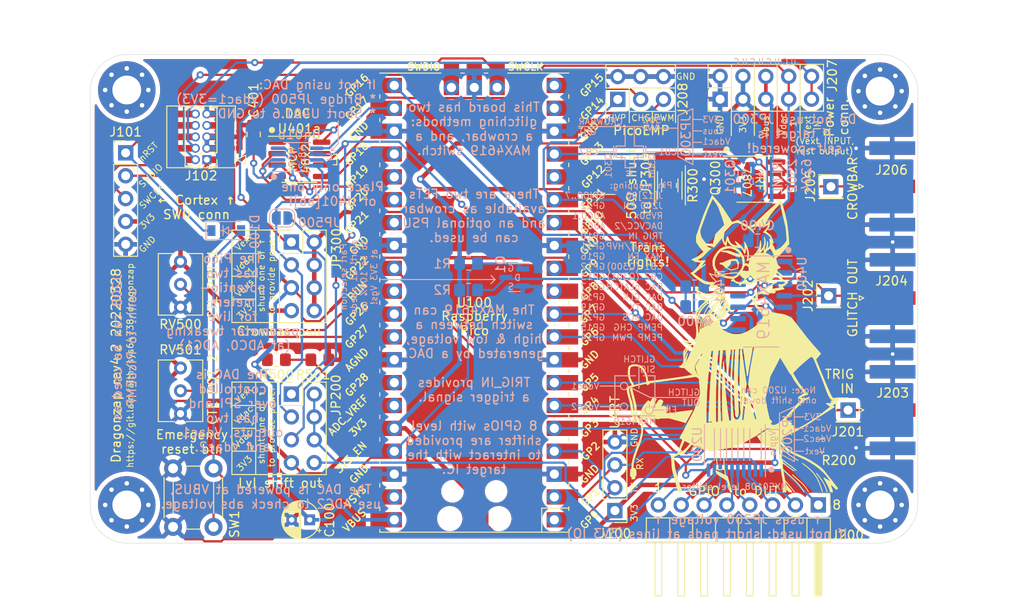
<source format=kicad_pcb>
(kicad_pcb (version 20211014) (generator pcbnew)

  (general
    (thickness 1.6)
  )

  (paper "A4")
  (title_block
    (rev "4")
  )

  (layers
    (0 "F.Cu" signal)
    (31 "B.Cu" signal)
    (32 "B.Adhes" user "B.Adhesive")
    (33 "F.Adhes" user "F.Adhesive")
    (34 "B.Paste" user)
    (35 "F.Paste" user)
    (36 "B.SilkS" user "B.Silkscreen")
    (37 "F.SilkS" user "F.Silkscreen")
    (38 "B.Mask" user)
    (39 "F.Mask" user)
    (40 "Dwgs.User" user "User.Drawings")
    (41 "Cmts.User" user "User.Comments")
    (42 "Eco1.User" user "User.Eco1")
    (43 "Eco2.User" user "User.Eco2")
    (44 "Edge.Cuts" user)
    (45 "Margin" user)
    (46 "B.CrtYd" user "B.Courtyard")
    (47 "F.CrtYd" user "F.Courtyard")
    (48 "B.Fab" user)
    (49 "F.Fab" user)
  )

  (setup
    (stackup
      (layer "F.SilkS" (type "Top Silk Screen"))
      (layer "F.Paste" (type "Top Solder Paste"))
      (layer "F.Mask" (type "Top Solder Mask") (thickness 0.01))
      (layer "F.Cu" (type "copper") (thickness 0.035))
      (layer "dielectric 1" (type "core") (thickness 1.51) (material "FR4") (epsilon_r 4.5) (loss_tangent 0.02))
      (layer "B.Cu" (type "copper") (thickness 0.035))
      (layer "B.Mask" (type "Bottom Solder Mask") (thickness 0.01))
      (layer "B.Paste" (type "Bottom Solder Paste"))
      (layer "B.SilkS" (type "Bottom Silk Screen"))
      (copper_finish "None")
      (dielectric_constraints no)
    )
    (pad_to_mask_clearance 0)
    (pcbplotparams
      (layerselection 0x00010fc_ffffffff)
      (disableapertmacros false)
      (usegerberextensions false)
      (usegerberattributes true)
      (usegerberadvancedattributes true)
      (creategerberjobfile true)
      (svguseinch false)
      (svgprecision 6)
      (excludeedgelayer true)
      (plotframeref false)
      (viasonmask false)
      (mode 1)
      (useauxorigin false)
      (hpglpennumber 1)
      (hpglpenspeed 20)
      (hpglpendiameter 15.000000)
      (dxfpolygonmode true)
      (dxfimperialunits true)
      (dxfusepcbnewfont true)
      (psnegative false)
      (psa4output false)
      (plotreference true)
      (plotvalue true)
      (plotinvisibletext false)
      (sketchpadsonfab false)
      (subtractmaskfromsilk false)
      (outputformat 1)
      (mirror false)
      (drillshape 0)
      (scaleselection 1)
      (outputdirectory "gerbers-rev4/")
    )
  )

  (net 0 "")
  (net 1 "GND")
  (net 2 "+3V3")
  (net 3 "+3.3VADC")
  (net 4 "Net-(D100-Pad1)")
  (net 5 "GPIO0")
  (net 6 "GPIO1")
  (net 7 "/controller/SWDIO")
  (net 8 "/controller/SWCLK")
  (net 9 "unconnected-(J102-Pad8)")
  (net 10 "unconnected-(J102-Pad7)")
  (net 11 "unconnected-(J102-Pad6)")
  (net 12 "Net-(J200-Pad1)")
  (net 13 "Net-(J200-Pad2)")
  (net 14 "TRIG_IN")
  (net 15 "GLITCH_OUT")
  (net 16 "Net-(J200-Pad3)")
  (net 17 "ADC0")
  (net 18 "ADC1")
  (net 19 "Net-(J200-Pad4)")
  (net 20 "Net-(J200-Pad5)")
  (net 21 "Net-(J200-Pad6)")
  (net 22 "VCC_EXT")
  (net 23 "DAC_HI")
  (net 24 "CB1_G")
  (net 25 "CB2_G")
  (net 26 "GPIO_EN")
  (net 27 "DAC_nCS")
  (net 28 "unconnected-(U100-Pad27)")
  (net 29 "MAX_EN")
  (net 30 "GPIO2")
  (net 31 "GPIO3")
  (net 32 "GPIO4")
  (net 33 "GPIO5")
  (net 34 "GPIO6")
  (net 35 "GLITCH_SIG")
  (net 36 "GPIO7")
  (net 37 "GPIO8")
  (net 38 "GPIO9")
  (net 39 "unconnected-(U100-Pad30)")
  (net 40 "DAC_nL")
  (net 41 "DAC_CLK")
  (net 42 "DAC_TX")
  (net 43 "EMERG_SHDN")
  (net 44 "~{EMERG_SHDN}")
  (net 45 "unconnected-(U100-Pad39)")
  (net 46 "Net-(J200-Pad7)")
  (net 47 "DAC_LO")
  (net 48 "CROWBAR")
  (net 49 "/gpio/TAR_VCCIO")
  (net 50 "Net-(J200-Pad8)")
  (net 51 "ADC2")
  (net 52 "PICOEMP_PWM")
  (net 53 "PICOEMP_CHG")
  (net 54 "VBUS")
  (net 55 "CB_VCC")

  (footprint "Resistor_SMD:R_0805_2012Metric_Pad1.20x1.40mm_HandSolder" (layer "F.Cu") (at 135.128 87.179 90))

  (footprint "Connector_Coaxial:SMA_Amphenol_132289_EdgeMount" (layer "F.Cu") (at 159.845 87.287))

  (footprint "MountingHole:MountingHole_3.2mm_M3_Pad_Via" (layer "F.Cu") (at 158.496 122.682))

  (footprint "Connector_PinHeader_2.54mm:PinHeader_2x04_P2.54mm_Vertical" (layer "F.Cu") (at 93.091 93.472))

  (footprint "Connector_PinHeader_2.54mm:PinHeader_2x05_P2.54mm_Vertical" (layer "F.Cu") (at 140.721 77.602 90))

  (footprint "Connector_PinHeader_2.54mm:PinHeader_1x01_P2.54mm_Vertical" (layer "F.Cu") (at 152.776 99.441))

  (footprint "Resistor_SMD:R_2010_5025Metric_Pad1.40x2.65mm_HandSolder" (layer "F.Cu") (at 135.128 87.179 90))

  (footprint "Connector_PinHeader_2.54mm:PinHeader_1x08_P2.54mm_Horizontal" (layer "F.Cu") (at 151.638 122.682 -90))

  (footprint "Connector_PinHeader_2.54mm:PinHeader_2x04_P2.54mm_Vertical" (layer "F.Cu") (at 93.091 110.363))

  (footprint "Potentiometer_THT:Potentiometer_Vishay_T73XW_Horizontal" (layer "F.Cu") (at 80.772 95.631))

  (footprint "Connector_PinHeader_2.54mm:PinHeader_1x01_P2.54mm_Vertical" (layer "F.Cu") (at 153.03 87.317))

  (footprint "Resistor_SMD:R_0805_2012Metric_Pad1.20x1.40mm_HandSolder" (layer "F.Cu") (at 152.035 116.078 180))

  (footprint "MCU_RaspberryPi_and_Boards:RPi_Pico_SMD_TH" (layer "F.Cu") (at 113.411 100.203 180))

  (footprint "Connector_PinHeader_1.27mm:PinHeader_2x05_P1.27mm_Vertical" (layer "F.Cu") (at 83.694 84.326 180))

  (footprint "lethalbit-connectors:FTSH-105-01-L-DV-K-TR" (layer "F.Cu") (at 83.059 81.786 90))

  (footprint "Resistor_SMD:R_0805_2012Metric_Pad1.20x1.40mm_HandSolder" (layer "F.Cu") (at 91.424 106.553))

  (footprint "Potentiometer_THT:Potentiometer_Vishay_T73XW_Horizontal" (layer "F.Cu") (at 80.772 107.457))

  (footprint "Resistor_SMD:R_2512_6332Metric_Pad1.40x3.35mm_HandSolder" (layer "F.Cu") (at 135.15 87.179 90))

  (footprint "Capacitor_SMD:C_0805_2012Metric_Pad1.18x1.45mm_HandSolder" (layer "F.Cu") (at 88.9 81.5125 -90))

  (footprint "Capacitor_THT:CP_Radial_D4.0mm_P2.00mm" (layer "F.Cu") (at 95.123 124.333 180))

  (footprint "Resistor_SMD:R_1206_3216Metric_Pad1.30x1.75mm_HandSolder" (layer "F.Cu") (at 135.128 87.179 90))

  (footprint "MountingHole:MountingHole_3.2mm_M3_Pad_Via" (layer "F.Cu") (at 158.496 76.708))

  (footprint "Connector_PinHeader_2.54mm:PinHeader_1x01_P2.54mm_Vertical" (layer "F.Cu") (at 154.94 112.141))

  (footprint "graphics:xenia" (layer "F.Cu")
    (tedit 61C154B6) (tstamp baf18278-d51c-443e-9972-c8c9ba5d7493)
    (at 143.4789 104.902)
    (attr through_hole)
    (fp_text reference "XENIA" (at 0 0.5) (layer "F.SilkS") hide
      (effects (font (size 1 1) (thickness 0.15)))
      (tstamp 2ab096f1-5e2e-4948-88f7-ee80da352ce9)
    )
    (fp_text value "xenia" (at 0 -0.5) (layer "F.Fab")
      (effects (font (size 1 1) (thickness 0.15)))
      (tstamp fc47ad18-c916-4f04-8460-6a5fb9138c7e)
    )
    (fp_line (start -0.087449 -8.809657) (end 0.146027 -8.894909) (layer "F.SilkS") (width 0.1) (tstamp 00486478-893b-425b-a5bc-a7e44ca55943))
    (fp_line (start 2.120427 -10.202538) (end 2.241183 -10.185531) (layer "F.SilkS") (width 0.1) (tstamp 0234d303-1347-4357-9ac8-112e8e6ab5f3))
    (fp_line (start 4.330047 -6.234346) (end 4.089216 -6.498479) (layer "F.SilkS") (width 0.1) (tstamp 02d5be24-1036-4d78-b8b7-1b443d15e7c8))
    (fp_line (start 3.24756 9.045381) (end 3.4801 8.89316) (layer "F.SilkS") (width 0.1) (tstamp 0453b7e4-e0e7-4cb5-8648-bec6a813bdeb))
    (fp_line (start 0.260403 -6.891084) (end -0.332851 -6.886832) (layer "F.SilkS") (width 0.1) (tstamp 069f3316-bcd2-4604-a333-7165193738be))
    (fp_line (start -3.758068 -6.759273) (end -3.963863 -6.339774) (layer "F.SilkS") (width 0.1) (tstamp 087708f1-e1e9-4263-81e5-92e875871b86))
    (fp_line (start -9.297786 4.012324) (end -10.724534 4.222797) (layer "F.SilkS") (width 0.1) (tstamp 088a5abf-5280-4acd-9be5-182deee4161f))
    (fp_line (start 0.359176 -6.835298) (end 0.320909 -6.836064) (layer "F.SilkS") (width 0.1) (tstamp 09ddd339-86e0-4167-9e67-6513769a8304))
    (fp_line (start -11.079063 8.253324) (end -11.346087 8.129166) (layer "F.SilkS") (width 0.1) (tstamp 0a1dbe60-6997-4f4e-b4aa-4ec0085281f7))
    (fp_line (start 0.636957 -7.835127) (end 0.567013 -8.025403) (layer "F.SilkS") (width 0.1) (tstamp 0a9d52bd-4852-44a8-82f7-f0b2e974bf90))
    (fp_line (start 0.978307 -7.395325) (end 1.596288 -7.079446) (layer "F.SilkS") (width 0.1) (tstamp 0b28e9dc-79a6-45c1-9c4d-325ada2cc88d))
    (fp_line (start -0.023841 -7.012478) (end 0.260403 -6.891084) (layer "F.SilkS") (width 0.1) (tstamp 0b379b3e-c12a-4629-a430-1567b828b4a9))
    (fp_line (start -4.650002 0.989642) (end -3.764935 0.613726) (layer "F.SilkS") (width 0.1) (tstamp 0f956713-c3d9-4b4c-8b52-a74d6d57ce5b))
    (fp_line (start -0.40371 -6.811827) (end 0.321759 -6.836064) (layer "F.SilkS") (width 0.1) (tstamp 10fd1d94-746f-466c-84a0-aa85c04b7684))
    (fp_line (start 3.479802 11.455544) (end 3.948093 11.551703) (layer "F.SilkS") (width 0.1) (tstamp 1164e296-14e5-4a5e-b2f3-44f1d36e7550))
    (fp_line (start 2.98583 -11.581707) (end 2.741129 -11.748809) (layer "F.SilkS") (width 0.1) (tstamp 12ec9af5-fae0-487c-9f32-ec0f72c4cf1f))
    (fp_line (start -4.381109 -11.064391) (end -4.310739 -11.182596) (layer "F.SilkS") (width 0.1) (tstamp 13666fea-91c0-4fec-bb70-a04cdbcf337e))
    (fp_line (start -0.404795 0.395004) (end -0.462196 0.395218) (layer "F.SilkS") (width 0.1) (tstamp 1399d9fd-892e-4c6d-94d4-e65f4b8d90fb))
    (fp_line (start -1.858607 -3.896465) (end -3.018353 -2.837788) (layer "F.SilkS") (width 0.1) (tstamp 14127424-0f91-4793-8a8a-36511132b3fd))
    (fp_line (start -3.250381 11.652943) (end -2.433578 11.510927) (layer "F.SilkS") (width 0.1) (tstamp 1485f998-b07f-4385-8f35-cac19f2827b9))
    (fp_line (start -8.886174 7.308196) (end -8.901056 7.197645) (layer "F.SilkS") (width 0.1) (tstamp 156d07b6-f60e-459b-b98a-29b8c699efdc))
    (fp_line (start -12.551074 13.779714) (end -12.706696 13.860076) (layer "F.SilkS") (width 0.1) (tstamp 16a71bba-04ef-4283-a06b-f6e9ba8ea3c4))
    (fp_line (start -5.127987 3.687899) (end -5.047837 3.724891) (layer "F.SilkS") (width 0.1) (tstamp 16ec19e3-7b49-453e-80e4-246815f99f56))
    (fp_line (start 0.998035 -5.007568) (end 1.417534 -4.961009) (layer "F.SilkS") (width 0.1) (tstamp 18457aad-4f9d-4c40-a5cc-fb25084ce7be))
    (fp_line (start -5.027428 3.476363) (end -5.115231 3.542269) (layer "F.SilkS") (width 0.1) (tstamp 185cec19-d583-42a6-bbf6-9e4403a7b0ce))
    (fp_line (start -6.740291 2.002993) (end -6.697559 1.323252) (layer "F.SilkS") (width 0.1) (tstamp 19b8a416-d457-47c0-a7b0-da25cad6c5a1))
    (fp_line (start -0.007897 -7.388394) (end -0.050628 -7.071368) (layer "F.SilkS") (width 0.1) (tstamp 1c4a967a-d9ff-4163-bb2a-95ccc3501bb3))
    (fp_line (start -0.670522 -6.851881) (end -0.53786 -6.616024) (layer "F.SilkS") (width 0.1) (tstamp 1c5c7e2f-94b3-4b5e-b4ad-c0a6563fc67e))
    (fp_line (start -10.908538 4.337111) (end -10.835617 4.409819) (layer "F.SilkS") (width 0.1) (tstamp 1e0ba953-460b-4ddb-ba5b-e01c556e61f7))
    (fp_line (start 4.90149 16.307955) (end 5.210438 16.322837) (layer "F.SilkS") (width 0.1) (tstamp 1f5d8d4c-52db-4d4d-99bb-fd209dbbc195))
    (fp_line (start -1.262672 0.453299) (end -1.363656 0.468181) (layer "F.SilkS") (width 0.1) (tstamp 1f69b1f6-9fed-42d7-9e08-09f288c476bc))
    (fp_line (start 2.998458 8.928026) (end 2.798403 8.735837) (layer "F.SilkS") (width 0.1) (tstamp 1fb3f6bd-66d7-4a74-a144-ae01112ff895))
    (fp_line (start -2.982169 0.583537) (end -2.699243 0.577159) (layer "F.SilkS") (width 0.1) (tstamp 20a0f469-5ae6-4e36-8ff6-79100ece3f30))
    (fp_line (start 0.566716 -8.025531) (end 0.636661 -7.835255) (layer "F.SilkS") (width 0.1) (tstamp 21a2e357-9ad7-4e55-9783-020864723576))
    (fp_line (start -2.922258 -2.660056) (end -1.647369 -3.924825) (layer "F.SilkS") (width 0.1) (tstamp 23781219-648c-45af-8566-464b78a6f9ff))
    (fp_line (start -0.590372 -6.842654) (end -0.464088 -6.840528) (layer "F.SilkS") (width 0.1) (tstamp 23b5355a-334f-4bc1-a3a3-bcd5e8aabe03))
    (fp_line (start -0.271007 -9.616787) (end -0.136007 -9.641874) (layer "F.SilkS") (width 0.1) (tstamp 23f55bc5-218f-4c81-bcc4-297aa64fa0b2))
    (fp_line (start 7.736937 1.655947) (end 7.847488 1.605774) (layer "F.SilkS") (width 0.1) (tstamp 252382df-08a7-4b0b-8609-1072db1e998e))
    (fp_line (start -1.871555 -11.918931) (end -1.940225 -12.001419) (layer "F.SilkS") (width 0.1) (tstamp 2566906f-dee1-4d49-aa89-42683ad37200))
    (fp_line (start -2.231462 -13.327246) (end -3.235395 -12.265232) (layer "F.SilkS") (width 0.1) (tstamp 25b94296-ce9e-441c-ba5a-3999d9179a7f))
    (fp_line (start 4.695249 -11.592294) (end 4.867028 -11.229431) (layer "F.SilkS") (width 0.1) (tstamp 2609c5fc-6f5a-49bd-a40b-c12eaada5a92))
    (fp_line (start 4.588609 8.485737) (end 4.879742 8.498492) (layer "F.SilkS") (width 0.1) (tstamp 275e3c89-0d83-4a85-9571-5807c3e775e6))
    (fp_line (start 1.219052 9.973394) (end 1.334493 9.873048) (layer "F.SilkS") (width 0.1) (tstamp 276b13d7-0a57-419c-8da2-e837b16f8ff4))
    (fp_line (start 0.832973 -5.261113) (end 0.774721 -5.194995) (layer "F.SilkS") (width 0.1) (tstamp 27f73be5-5b6d-4dcd-9c2b-08178b3c0f10))
    (fp_line (start 3.878467 -6.660457) (end 3.824042 -6.69915) (layer "F.SilkS") (width 0.1) (tstamp 284e6dc9-3ac5-4cda-bd41-857fb98d4679))
    (fp_line (start -4.421864 -8.927692) (end -5.015118 -8.576139) (layer "F.SilkS") (width 0.1) (tstamp 28797dd3-5c25-40ea-9029-91b4bdf67bc8))
    (fp_line (start -6.053407 10.967866) (end -5.922871 11.018039) (layer "F.SilkS") (width 0.1) (tstamp 28d5ed17-1bf9-4c62-b49a-5fe63f5fcad7))
    (fp_line (start -3.125587 -6.648084) (end -3.692013 -6.537745) (layer "F.SilkS") (width 0.1) (tstamp 292a37f1-a8d7-4049-8d9e-d154cb6269d5))
    (fp_line (start -3.963863 -6.339774) (end -3.148187 -6.432892) (layer "F.SilkS") (width 0.1) (tstamp 29d26dd1-1c9b-4097-8348-63ab0c86a559))
    (fp_line (start -0.136007 -9.641597) (end -0.271007 -9.616511) (layer "F.SilkS") (width 0.1) (tstamp 2b1d77fe-f78d-4ff8-b505-0f28f2dbc7c6))
    (fp_line (start -2.567432 -10.399893) (end -2.567432 -10.400064) (layer "F.SilkS") (width 0.1) (tstamp 2d8c2e79-0ca6-4cac-bd97-7ed59984e6ca))
    (fp_line (start -3.612693 8.448277) (end -3.623323 8.650245) (layer "F.SilkS") (width 0.1) (tstamp 2db2a178-64e5-43fc-91c6-f6bb623ee10e))
    (fp_line (start 0.831253 0.253265) (end 1.081438 0.212021) (layer "F.SilkS") (width 0.1) (tstamp 2e9befe8-1ba6-44c4-8c0c-2f6b67d813e8))
    (fp_line (start -2.265074 13.818492) (end -2.151546 14.500359) (layer "F.SilkS") (width 0.1) (tstamp 2f15d41d-727f-4089-af4d-eed812228f8d))
    (fp_line (start -3.465554 0.613726) (end -2.982169 0.583537) (layer "F.SilkS") (width 0.1) (tstamp 2f4fca68-ad3d-42af-a65a-2dfd84c64f23))
    (fp_line (start 3.824042 -6.69915) (end 3.76579 -6.598166) (layer "F.SilkS") (width 0.1) (tstamp 2f8fab55-05ca-4686-80f5-c3c168b9b405))
    (fp_line (start 3.802463 11.057008) (end 4.193772 10.248454) (layer "F.SilkS") (width 0.1) (tstamp 2fa1b765-b805-47fc-bf33-7549704c7989))
    (fp_line (start 4.525042 15.474081) (end 4.581806 15.914436) (layer "F.SilkS") (width 0.1) (tstamp 318e2232-f227-48be-bc7e-28bc039cbe1a))
    (fp_line (start 0.320909 -6.836064) (end 0.323034 -6.596465) (layer "F.SilkS") (width 0.1) (tstamp 31dcfa14-92b3-40c0-9b7e-3e11dc0058e1))
    (fp_line (start -1.479203 -7.201053) (end -1.470699 -7.127281) (layer "F.SilkS") (width 0.1) (tstamp 321f985d-c802-49a4-b839-d957d45e8880))
    (fp_line (start -2.768188 -9.031568) (end -2.728921 -9.000571) (layer "F.SilkS") (width 0.1) (tstamp 328d1402-4958-47d2-b0f1-71018e3fb92d))
    (fp_line (start -0.523191 -6.729339) (end -0.516813 -6.620064) (layer "F.SilkS") (width 0.1) (tstamp 32e61bfc-d546-4722-ac49-cbb99c79a789))
    (fp_line (start -4.310717 -11.182319) (end -4.381087 -11.064115) (layer "F.SilkS") (width 0.1) (tstamp 3333a437-094a-4126-981c-1a90640c11d7))
    (fp_line (start -0.53786 -6.616024) (end -0.522978 -6.728701) (layer "F.SilkS") (width 0.1) (tstamp 33ea8dc4-877d-4756-9eec-56ecc269d0d6))
    (fp_line (start -2.42565 8.523069) (end -2.710361 8.529447) (layer "F.SilkS") (width 0.1) (tstamp 351d5969-2e3a-436e-a584-701985869a16))
    (fp_line (start -3.548467 -11.102808) (end -3.680278 -11.20443) (layer "F.SilkS") (width 0.1) (tstamp 36bf2b67-6c66-4f57-9dcc-180452d3e2dc))
    (fp_line (start -10.667452 4.294378) (end -10.705294 4.290126) (layer "F.SilkS") (width 0.1) (tstamp 38dc9787-3773-4a65-9eac-77f34d6df8dc))
    (fp_line (start -12.671829 14.588332) (end -12.551286 14.590458) (layer "F.SilkS") (width 0.1) (tstamp 3949f8f3-4972-460a-90a0-6906b5d7ca76))
    (fp_line (start 3.981279 10.706561) (end 3.921327 10.860227) (layer "F.SilkS") (width 0.1) (tstamp 3b861d3c-b38d-4322-b67b-d95ab0619cc6))
    (fp_line (start 9.914625 6.87845) (end 9.630849 6.725166) (layer "F.SilkS") (width 0.1) (tstamp 3bf5a303-d45e-4366-b8e2-9eef9aa4ea37))
    (fp_line (start -1.955062 14.629087) (end -1.482966 16.326622) (layer "F.SilkS") (width 0.1) (tstamp 3d234cf4-d2a0-4b1e-b0ed-33b40ca1bbce))
    (fp_line (start -2.482371 0.53921) (end -2.699349 0.578328) (layer "F.SilkS") (width 0.1) (tstamp 3d6a7394-0229-439d-98ea-24fb7b7d0870))
    (fp_line (start -5.819251 -0.058596) (end -5.782259 -0.164257) (layer "F.SilkS") (width 0.1) (tstamp 3ecd5e71-045c-45dd-959d-3e97c8e33089))
    (fp_line (start -3.785279 -2.270788) (end -4.94377 -1.700982) (layer "F.SilkS") (width 0.1) (tstamp 3f60471a-e684-4c40-916a-dc05757982ce))
    (fp_line (start 3.76579 -6.598166) (end 3.956065 -6.349596) (layer "F.SilkS") (width 0.1) (tstamp 3f775266-cc7f-49e6-b89d-e69ba5f3895e))
    (fp_line (start 3.761942 -7.448985) (end 4.562098 -6.916851) (layer "F.SilkS") (width 0.1) (tstamp 401fc27b-55c2-4d17-b7a9-17271cdee251))
    (fp_line (start -3.619092 -4.014223) (end -4.053048 -3.440186) (layer "F.SilkS") (width 0.1) (tstamp 41e173df-b769-4562-86b0-af2aff66057d))
    (fp_line (start 0.321759 -6.836064) (end 0.360027 -6.835298) (layer "F.SilkS") (width 0.1) (tstamp 43797be8-9d42-485f-bc6b-0544d45927b2))
    (fp_line (start 10.256122 6.014427) (end 10.165768 5.934065) (layer "F.SilkS") (width 0.1) (tstamp 4459b91b-d937-4427-a170-e7027c4df452))
    (fp_line (start -1.482966 16.326622) (end -1.613502 16.326622) (layer "F.SilkS") (width 0.1) (tstamp 46605a33-9342-4627-adea-08a0c3dd1775))
    (fp_line (start -2.364145 -5.272232) (end -2.325452 -5.192508) (layer "F.SilkS") (width 0.1) (tstamp 47476406-4d27-4820-aefe-eb91485cd792))
    (fp_line (start -1.200487 -7.170056) (end -1.200487 -7.170056) (layer "F.SilkS") (width 0.1) (tstamp 47bd3e42-5e60-4145-b4ff-ba2ead23635e))
    (fp_line (start -10.724534 4.222797) (end -10.772326 4.101105) (layer "F.SilkS") (width 0.1) (tstamp 487c4890-ae05-4d1e-8757-f717bdd9f770))
    (fp_line (start -1.29977 -7.131533) (end -0.950173 -6.910133) (layer "F.SilkS") (width 0.1) (tstamp 48f5ac3f-19ad-4208-9449-373c6d6bed43))
    (fp_line (start -0.419655 -9.922015) (end -0.584419 -9.95518) (layer "F.SilkS") (width 0.1) (tstamp 499f0043-d011-4c69-b76f-552cc2e709c0))
    (fp_line (start -10.859577 4.243461) (end -10.870207 4.151406) (layer "F.SilkS") (width 0.1) (tstamp 4b724a58-7782-4fb0-85bb-73cee8bfacec))
    (fp_line (start -3.623323 8.650245) (end -4.324302 8.722316) (layer "F.SilkS") (width 0.1) (tstamp 4c7ee18f-1e28-4990-b358-0d20ba5f3a19))
    (fp_line (start 2.278047 -6.178114) (end 2.254661 -6.053744) (layer "F.SilkS") (width 0.1) (tstamp 4cd7b6b4-85c9-4884-8f10-e79b6ed8c90b))
    (fp_line (start -10.857408 4.242058) (end -10.859577 4.243461) (layer "F.SilkS") (width 0.1) (tstamp 4cf1650d-f012-4b15-ad31-a94564f120f8))
    (fp_line (start 0.636661 -7.835255) (end 0.978307 -7.395325) (layer "F.SilkS") (width 0.1) (tstamp 4d1172a0-a1e6-4e5d-b676-3dfbdc70f814))
    (fp_line (start 4.368889 -7.671512) (end 4.228999 -7.648126) (layer "F.SilkS") (width 0.1) (tstamp 4ea04a5a-7a78-43fb-87d5-86eb2afcea5f))
    (fp_line (start 10.027621 6.192797) (end 10.256122 6.014427) (layer "F.SilkS") (width 0.1) (tstamp 51b18456-8852-4cce-ad37-628dd1c4103a))
    (fp_line (start 0.975627 -7.108827) (end 0.990509 -7.046749) (layer "F.SilkS") (width 0.1) (tstamp 52064152-4b25-4796-8ab1-2e49f3df562c))
    (fp_line (start 5.077543 8.647949) (end 4.922346 8.701524) (layer "F.SilkS") (width 0.1) (tstamp 53bc95a0-a6b5-4bd3-8806-205d384c6e1c))
    (fp_line (start -2.943709 -5.906668) (end -2.916242 -5.843484) (layer "F.SilkS") (width 0.1) (tstamp 54c05bf1-249d-4ed0-aee6-f8cef4715275))
    (fp_line (start 4.587334 8.28802) (end 4.484224 8.388366) (layer "F.SilkS") (width 0.1) (tstamp 54d05816-bdfa-450b-939f-fffbc2d3c01c))
    (fp_line (start -3.764935 0.613726) (end -3.465554 0.613726) (layer "F.SilkS") (width 0.1) (tstamp 56614d25-92fe-4928-ba13-f50ff5bf48ed))
    (fp_line (start 5.210438 16.322837) (end 4.525042 15.474081) (layer "F.SilkS") (width 0.1) (tstamp 57d20178-cd72-4cdf-a6b0-742aea76d37b))
    (fp_line (start -0.446932 -6.922464) (end -0.749927 -6.933093) (layer "F.SilkS") (width 0.1) (tstamp 58166378-73e4-4c77-abf1-b61da426c963))
    (fp_line (start -7.002722 16.306531) (end -7.404278 16.31157) (layer "F.SilkS") (width 0.1) (tstamp 5964804a-9ffe-4905-9f1b-c960fc5465a3))
    (fp_line (start -8.901056 7.197645) (end -8.941025 7.197645) (layer "F.SilkS") (width 0.1) (tstamp 59f58cc4-3f08-4913-804c-7831fc56d6da))
    (fp_line (start 1.092131 -7.182599) (end 0.975627 -7.108827) (layer "F.SilkS") (width 0.1) (tstamp 5ac91684-976e-43dc-b66d-88fa3cf7602b))
    (fp_line (start 7.847488 1.605774) (end 8.38802 0.97155) (layer "F.SilkS") (width 0.1) (tstamp 5c52001a-44b6-4827-8867-9a065693af27))
    (fp_line (start 5.416744 9.020209) (end 5.234122 9.134162) (layer "F.SilkS") (width 0.1) (tstamp 5c5e0318-a0e1-4f94-8225-4bad5445ea6d))
    (fp_line (start 9.500845 16.316587) (end 9.731897 16.316587) (layer "F.SilkS") (width 0.1) (tstamp 5cdfe313-8605-4373-9a45-7b9f1b58e8c5))
    (fp_line (start -12.612153 4.669636) (end -12.765862 4.730652) (layer "F.SilkS") (width 0.1) (tstamp 5d6e084a-605f-4d05-bcd6-23a747bd3e0e))
    (fp_line (start -5.125052 3.690641) (end -5.114422 3.531405) (layer "F.SilkS") (width 0.1) (tstamp 5e0252fd-2729-4e36-b2cc-c7766dba6189))
    (fp_line (start -12.765862 4.730652) (end -12.281945 6.716322) (layer "F.SilkS") (width 0.1) (tstamp 5e807c14-eb72-4699-ac5c-0e22b3b90689))
    (fp_line (start -3.415423 -5.326615) (end -3.508541 -5.332993) (layer "F.SilkS") (width 0.1) (tstamp 5ef3d067-71f0-41ac-ba39-98068649edc9))
    (fp_line (start -3.680278 -11.20443) (end -4.310717 -11.182319) (layer "F.SilkS") (width 0.1) (tstamp 600a3b4b-ae4b-4461-b5a0-b102a630e6e4))
    (fp_line (start -0.516813 -6.620064) (end -0.40371 -6.811827) (layer "F.SilkS") (width 0.1) (tstamp 606c3e55-7d61-412d-adac-41bf5f1f1a73))
    (fp_line (start -3.763999 0.614406) (end -4.65096 0.989557) (layer "F.SilkS") (width 0.1) (tstamp 61bd4437-060d-40c1-add9-cb29405c70c7))
    (fp_line (start -12.324316 14.531951) (end -12.328568 14.687573) (layer "F.SilkS") (width 0.1) (tstamp 61d9b81b-8499-4933-91ed-7a8972810007))
    (fp_line (start -6.730724 2.520138) (end -6.790889 2.401721) (layer "F.SilkS") (width 0.1) (tstamp 62b6ceae-4979-4c7f-9abb-9d942b9ab846))
    (fp_line (start -0.023819 -7.012265) (end -0.050733 -7.071495) (layer "F.SilkS") (width 0.1) (tstamp 633ad3b8-63c2-4a66-ba43-ec1b2327d590))
    (fp_line (start 2.575111 -5.582519) (end 2.566607 -5.800008) (layer "F.SilkS") (width 0.1) (tstamp 6349601a-3c16-49a3-9c53-44ba3301fa17))
    (fp_line (start -12.123177 8.513863) (end -11.715753 8.379501) (layer "F.SilkS") (width 0.1) (tstamp 634c972d-457b-4606-97bd-158cc6774626))
    (fp_line (start -1.200487 -7.170056) (end -1.189857 -7.253607) (layer "F.SilkS") (width 0.1) (tstamp 644c1aa7-bb47-43ff-9985-f1193c633b37))
    (fp_line (start -0.097144 8.381542) (end -0.383216 8.400676) (layer "F.SilkS") (width 0.1) (tstamp 64d7714a-7974-44e3-aea4-f93dec72bbab))
    (fp_line (start -2.982275 0.584047) (end -3.46566 0.614236) (layer "F.SilkS") (width 0.1) (tstamp 65672bfe-b9ee-41a0-973c-1f20f79e074b))
    (fp_line (start -0.522978 -6.728701) (end -0.590372 -6.842654) (layer "F.SilkS") (width 0.1) (tstamp 66ae6362-5d73-429e-895c-b93ac4034e8b))
    (fp_line (start -2.922257 -2.659503) (end -3.018352 -2.837236) (layer "F.SilkS") (width 0.1) (tstamp 67696688-aeb4-4c05-bfdd-17ff57e0fa8a))
    (fp_line (start 4.463814 8.29865) (end 4.587334 8.28802) (layer "F.SilkS") (width 0.1) (tstamp 6adb7440-4967-4c53-ab45-3e8efe9276db))
    (fp_line (start -0.552019 -7.920528) (end -0.353877 -8.180791) (layer "F.SilkS") (width 0.1) (tstamp 6b210527-4628-4b35-bcc0-57c051da3023))
    (fp_line (start 1.550897 -10.19699) (end 1.669101 -10.238234) (layer "F.SilkS") (width 0.1) (tstamp 6f6d94a2-ff06-468f-93cb-7d1121493be0))
    (fp_line (start 5.099335 3.181341) (end 5.269838 3.103317) (layer "F.SilkS") (width 0.1) (tstamp 6faf2824-be38-492e-a01b-4c105834407a))
    (fp_line (start -4.244621 -5.197036) (end -4.324345 -5.268894) (layer "F.SilkS") (width 0.1) (tstamp 6fe73f15-5d69-4a4e-893e-03eb09e9b7d7))
    (fp_line (start 1.655283 -10.326037) (end 1.550897 -10.19699) (layer "F.SilkS") (width 0.1) (tstamp 71407632-595c-426e-b6ae-4fb2a403e147))
    (fp_line (start 1.551599 -10.196373) (end 1.654071 -10.325909) (layer "F.SilkS") (width 0.1) (tstamp 71e17ce2-3f5c-4367-9839-08c5c57f36de))
    (fp_line (start -10.85964 4.243567) (end -10.851137 4.309473) (layer "F.SilkS") (width 0.1) (tstamp 7222796c-3f24-42f8-95ec-33d97cdbe82f))
    (fp_line (start -10.870207 4.151406) (end -12.356801 4.505467) (layer "F.SilkS") (width 0.1) (tstamp 7332bdd2-7696-49e9-b942-e09fe05346ae))
    (fp_line (start -12.555538 14.874192) (end -12.244166 14.849105) (layer "F.SilkS") (width 0.1) (tstamp 73bf2484-d5f9-4ce1-ab83-d710b7907529))
    (fp_line (start -0.050628 -7.071368) (end -0.023841 -7.012478) (layer "F.SilkS") (width 0.1) (tstamp 75ebcaaf-8f91-4bce-95da-35daf284b36b))
    (fp_line (start -2.023604 -4.398792) (end -2.056557 -4.497672) (layer "F.SilkS") (width 0.1) (tstamp 76bcc96a-79c2-4aa1-a653-745cf373720e))
    (fp_line (start 0.360027 -6.835298) (end 0.467176 -6.79129) (layer "F.SilkS") (width 0.1) (tstamp 7879fd6d-8523-40e9-ac87-65ed2628002c))
    (fp_line (start 3.26967 -5.791504) (end 3.374481 -5.900354) (layer "F.SilkS") (width 0.1) (tstamp 78c24dc1-6743-421c-b77c-2fe33b473e4c))
    (fp_line (start -1.470699 -7.127281) (end -1.29977 -7.131533) (layer "F.SilkS") (width 0.1) (tstamp 7923463f-888c-4fc0-b98f-03078496b1b6))
    (fp_line (start 1.596288 -7.079446) (end 2.337853 -6.991643) (layer "F.SilkS") (width 0.1) (tstamp 7a78aae9-59d5-44fd-a5a4-d12a5851aac3))
    (fp_line (start -6.744393 10.596839) (end -5.920744 11.018719) (layer "F.SilkS") (width 0.1) (tstamp 7af554a0-1aea-4bf6-b62d-f529a38d9de6))
    (fp_line (start 3.74706 -7.542316) (end 3.761942 -7.448985) (layer "F.SilkS") (width 0.1) (tstamp 7d46158a-6f68-4d38-be89-e25c900413e7))
    (fp_line (start 3.948093 11.551703) (end 3.802463 11.057008) (layer "F.SilkS") (width 0.1) (tstamp 7f1cd457-f3e0-4118-9041-74f0c4e433d8))
    (fp_line (start 3.952132 10.372397) (end 3.479802 11.455544) (layer "F.SilkS") (width 0.1) (tstamp 7f25c6dd-2bd2-4dba-b030-ccbee8cc0425))
    (fp_line (start 4.867007 -11.229325) (end 4.695227 -11.592231) (layer "F.SilkS") (width 0.1) (tstamp 801e609c-68c5-4efc-a779-888769f67fd8))
    (fp_line (start 9.552655 6.270651) (end 9.957527 6.281281) (layer "F.SilkS") (width 0.1) (tstamp 816dc656-ef63-4b7e-ba23-93c421a09dd9))
    (fp_line (start -10.835617 4.409819) (end -10.692538 4.354544) (layer "F.SilkS") (width 0.1) (tstamp 81a6647b-fb92-470f-859a-839cff2bfa41))
    (fp_line (start -2.265074 13.81847) (end -2.435578 11.510119) (layer "F.SilkS") (width 0.1) (tstamp 823a9a53-cb4b-4f57-9558-1ba1cf975f33))
    (fp_line (start 5.09942 3.182085) (end 5.099335 3.181341) (layer "F.SilkS") (width 0.1) (tstamp 832a8494-eaf2-41bb-a79b-9bd3869ba972))
    (fp_line (start -2.839558 -5.555073) (end -2.839345 -5.555094) (layer "F.SilkS") (width 0.1) (tstamp 84ce0be5-0412-4bdd-83e3-854a7a710ced))
    (fp_line (start -2.790809 -5.240427) (end -2.57719 -5.718179) (layer "F.SilkS") (width 0.1) (tstamp 84d2254b-f203-44d6-b45c-79b312eb19ef))
    (fp_line (start -3.983039 8.479741) (end -3.612693 8.448277) (layer "F.SilkS") (width 0.1) (tstamp 881ba6c1-962a-43e8-acdf-1c75a4cb2656))
    (fp_line (start 2.911548 -11.493032) (end 3.13129 -11.295316) (layer "F.SilkS") (width 0.1) (tstamp 8b34cb3e-4808-4723-abeb-99f377bbe23f))
    (fp_line (start -0.578892 -9.823156) (end -0.419655 -9.922015) (layer "F.SilkS") (width 0.1) (tstamp 8b609dc3-d402-489e-93c7-a8286dd10662))
    (fp_line (start -3.013421 -6.014668) (end -3.06859 -6.173224) (layer "F.SilkS") (width 0.1) (tstamp 902a411f-6335-4f06-8cf1-f0ed80a2cb8a))
    (fp_line (start -0.332851 -6.886832) (end -0.023819 -7.012265) (layer "F.SilkS") (width 0.1) (tstamp 910b5ca3-160a-4289-ac0e-edddfbb8cc23))
    (fp_line (start 4.879742 8.498492) (end 4.786411 8.608406) (layer "F.SilkS") (width 0.1) (tstamp 92425964-3db1-4a0a-86ee-ecbd90311ff8))
    (fp_line (start -2.68655 -9.085993) (end -2.768188 -9.031568) (layer "F.SilkS") (width 0.1) (tstamp 92f206ba-0b74-4aff-a139-97255e30fd4b))
    (fp_line (start -2.699243 0.577159) (end -2.482265 0.538041) (layer "F.SilkS") (width 0.1) (tstamp 9374eae1-1721-491f-8000-bfbbb5c8d606))
    (fp_line (start 5.423717 9.377374) (end 5.570623 9.455611) (layer "F.SilkS") (width 0.1) (tstamp 946a8f93-f8a6-49ed-be65-22cf14da1914))
    (fp_line (start -10.705294 4.290126) (end -10.773113 4.101764) (layer "F.SilkS") (width 0.1) (tstamp 96b8b711-f40d-4aae-a044-c048034ee1fe))
    (fp_line (start 3.55787 -8.163018) (end 3.585933 -8.535108) (layer "F.SilkS") (width 0.1) (tstamp 97eaa1e2-9166-4553-a1d6-ea99a7ba73fb))
    (fp_line (start -2.093805 0.514655) (end -1.899489 4.624204) (layer "F.SilkS") (width 0.1) (tstamp 9a3dec6c-1ff7-4f04-98b4-bff75dbe2572))
    (fp_line (start -7.212683 10.307067) (end -6.744393 10.596839) (layer "F.SilkS") (width 0.1) (tstamp 9aa35107-bd21-4263-aaeb-f87889d0726a))
    (fp_line (start -8.961434 7.519094) (end -8.918702 7.383456) (layer "F.SilkS") (width 0.1) (tstamp 9c77e549-bc3d-407e-a17f-1f44a0465725))
    (fp_line (start 9.062594 6.501448) (end 9.545575 6.870816) (layer "F.SilkS") (width 0.1) (tstamp 9d0a9958-db67-4fa2-a63a-2635acbcaff5))
    (fp_line (start 1.219116 9.972799) (end 1.219052 9.973394) (layer "F.SilkS") (width 0.1) (tstamp 9d53a803-c2dd-44df-9adf-3a36ecbb9623))
    (fp_line (start -10.851137 4.309473) (end -10.908538 4.337111) (layer "F.SilkS") (width 0.1) (tstamp 9d93c53b-c8ce-4a41-8871-5169db872dd3))
    (fp_line (start -0.464088 -6.840528) (end -0.523191 -6.729339) (layer "F.SilkS") (width 0.1) (tstamp 9f3effa9-36c1-499e-8002-787a37d4e90a))
    (fp_line (start -12.443584 14.541092) (end -12.110825 14.518557) (layer "F.SilkS") (width 0.1) (tstamp 9f755b79-98ed-4b7f-b7d5-fc8b011a6083))
    (fp_line (start -0.462154 0.396301) (end -0.404752 0.396089) (layer "F.SilkS") (width 0.1) (tstamp a03f12ee-4c0a-46b5-9d34-c9c5f676bfdc))
    (fp_line (start -0.753754 -8.930796) (end -0.760132 -9.099812) (layer "F.SilkS") (width 0.1) (tstamp a2514bdf-7683-4b2c-bb81-487c8fa57d73))
    (fp_line (start 2.798403 8.735837) (end 2.94212 8.502787) (layer "F.SilkS") (width 0.1) (tstamp a25f08da-163d-4d49-ab74-017e99d1903e))
    (fp_line (start 3.301453 -9.46597) (end 3.588121 -8.53481) (layer "F.SilkS") (width 0.1) (tstamp a261e796-25d7-477c-be76-97f041d1e6b6))
    (fp_line (start -12.208875 14.527699) (end -12.324316 14.531951) (layer "F.SilkS") (width 0.1) (tstamp a273aabd-9b0c-4eb2-9ce1-0a72077650f3))
    (fp_line (start 10.153777 16.03534) (end 10.286013 15.948388) (layer "F.SilkS") (width 0.1) (tstamp a2a59f0e-cde4-498b-8904-d92a12bff2f0))
    (fp_line (start -1.612056 0.483573) (end -1.363486 0.468691) (layer "F.SilkS") (width 0.1) (tstamp a2fc975e-e27d-4dbe-8a0b-341931ded9a6))
    (fp_line (start 5.58019 9.318272) (end 5.423717 9.377374) (layer "F.SilkS") (width 0.1) (tstamp a323f70c-afa2-4c2a-b732-5b77a8cbc996))
    (fp_line (start -1.472081 8.437583) (end -1.785579 8.469473) (layer "F.SilkS") (width 0.1) (tstamp a4c343d5-a6fd-4619-9a83-930a86997c7d))
    (fp_line (start -8.918702 7.383456) (end -8.770521 7.262913) (layer "F.SilkS") (width 0.1) (tstamp a71b8db9-7af6-4a4f-a0c5-fd086e8c47a8))
    (fp_line (start 0.017488 -7.081572) (end 0.065961 -7.361267) (layer "F.SilkS") (width 0.1) (tstamp a77dd63f-3f22-4865-9e78-693ed1d0221c))
    (fp_line (start -0.714593 0.406931) (end -0.462154 0.396301) (layer "F.SilkS") (width 0.1) (tstamp a858f438-2835-4c8f-8f9f-d091eac5a697))
    (fp_line (start 0.365554 -6.704763) (end 0.359176 -6.835298) (layer "F.SilkS") (width 0.1) (tstamp a8bb4afa-35b0-41db-8d99-8ea42d121830))
    (fp_line (start -4.017458 -4.642983) (end -4.118655 -4.734613) (layer "F.SilkS") (width 0.1) (tstamp a9a751bd-7c65-4095-9e42-f665535dba2e))
    (fp_line (start 2.337853 -6.991643) (end 2.882955 -7.225459) (layer "F.SilkS") (width 0.1) (tstamp a9d6e118-1126-476c-be4f-98f751cb96f6))
    (fp_line (start -12.091032 8.313426) (end -12.251756 8.313426) (layer "F.SilkS") (width 0.1) (tstamp ab2163be-385c-49c1-84b2-d21172b217d2))
    (fp_line (start -3.195575 14.016357) (end -1.955062 14.629087) (layer "F.SilkS") (width 0.1) (tstamp abc144f2-0768-45ca-8040-fb36089127a7))
    (fp_line (start -10.87027 4.151512) (end -10.85964 4.243567) (layer "F.SilkS") (width 0.1) (tstamp ac2b5221-dae8-473a-b258-1240f226ee32))
    (fp_line (start -6.083766 0.076404) (end -5.819251 -0.058596) (layer "F.SilkS") (width 0.1) (tstamp ae1a820b-f252-45fc-a06e-4a7cb7959ffc))
    (fp_line (start -0.404752 0.396089) (end -0.142746 0.3659) (layer "F.SilkS") (width 0.1) (tstamp aefe398d-e17c-4e19-992b-b360a5a5a779))
    (fp_line (start 5.004133 3.149642) (end 5.10129 3.181957) (layer "F.SilkS") (width 0.1) (tstamp afaa94e1-65c3-4b6f-9c68-5ac59bc472d1))
    (fp_line (start 10.384191 6.087349) (end 10.027621 6.192797) (layer "F.SilkS") (width 0.1) (tstamp afd35155-2680-4da0-a254-feec9f925517))
    (fp_line (start 2.241183 -10.185531) (end 2.422529 -10.528877) (layer "F.SilkS") (width 0.1) (tstamp b12cdff5-1a28-488f-bb8d-4bd1944d9750))
    (fp_line (start 10.286013 15.948388) (end 8.789979 14.029963) (layer "F.SilkS") (width 0.1) (tstamp b19cabe8-0c6d-451e-bfeb-2fcea82d2608))
    (fp_line (start -3.195469 14.016336) (end -3.195575 14.016357) (layer "F.SilkS") (width 0.1) (tstamp b29c3d1a-bb57-4e68-88ff-a0471bee36d3))
    (fp_line (start -4.555758 -1.880139) (end -4.770185 -1.786787) (layer "F.SilkS") (width 0.1) (tstamp b3396681-51a0-4ddb-b63f-251412419335))
    (fp_line (start -0.950855 -13.622907) (end -0.731411 -13.622907) (layer "F.SilkS") (width 0.1) (tstamp b3d452e4-0558-44e2-b1c9-373e568f7de0))
    (fp_line (start -1.389912 -7.251651) (end -1.479203 -7.201053) (layer "F.SilkS") (width 0.1) (tstamp b4248c5b-0aa5-47e6-8c9f-dcd81c5483ee))
    (fp_line (start -3.692013 -6.537745) (end -3.495785 -6.948273) (layer "F.SilkS") (width 0.1) (tstamp b498dffb-cfee-4cb0-974c-848e3f710666))
    (fp_line (start -2.548723 -6.087781) (end -2.738786 -5.688011) (layer "F.SilkS") (width 0.1) (tstamp b71d1072-ae2d-49ad-8cc4-6755a10b9d34))
    (fp_line (start -2.482265 0.538041) (end -2.093805 0.514655) (layer "F.SilkS") (width 0.1) (tstamp b7256dee-230d-4653-bad5-866a3ef6aa44))
    (fp_line (start 4.267905 -7.539488) (end 4.368889 -7.671512) (layer "F.SilkS") (width 0.1) (tstamp b87dacec-d770-4fac-bfe1-efb923046bde))
    (fp_line (start -1.189857 -7.253607) (end -1.389912 -7.251651) (layer "F.SilkS") (width 0.1) (tstamp ba403a2a-5472-4226-a5d1-0a23e7d66edd))
    (fp_line (start -8.770521 7.262913) (end -8.810915 7.21274) (layer "F.SilkS") (width 0.1) (tstamp bbce8f98-4aca-469a-9837-32a9818170a6))
    (fp_line (start 5.10129 3.181957) (end 5.271794 3.103934) (layer "F.SilkS") (width 0.1) (tstamp bcaa163f-1a67-400f-b78e-c162f92c8e47))
    (fp_line (start -5.115231 3.542269) (end -5.127987 3.687899) (layer "F.SilkS") (width 0.1) (tstamp bd3ba98d-d2d7-4d86-9b2d-33dad2eac79f))
    (fp_line (start -13.04073 4.7092) (end -13.11599 4.844838) (layer "F.SilkS") (width 0.1) (tstamp bfe0cc57-3c62-4d4e-b119-5e8302e94e4d))
    (fp_line (start 2.94212 8.502787) (end 2.707113 8.306559) (layer "F.SilkS") (width 0.1) (tstamp c09fd7f1-a334-4ec4-a220-e985605306ee))
    (fp_line (start -6.790889 2.401721) (end -6.940346 2.395343) (layer "F.SilkS") (width 0.1) (tstamp c32eaa5b-78c2-4826-b43f-df6d970efaf8))
    (fp_line (start -5.65404 3.373126) (end -5.490765 3.472622) (layer "F.SilkS") (width 0.1) (tstamp c340e49e-f635-4f5a-8d46-5b209fa63b31))
    (fp_line (start 3.557401 -8.162274) (end 3.530613 -8.09403) (layer "F.SilkS") (width 0.1) (tstamp c4d70ee4-e581-49d7-a356-429f4c894ae1))
    (fp_line (start -5.490765 3.472622) (end -7.838808 3.820986) (layer "F.SilkS") (width 0.1) (tstamp c4e22290-d247-4c4b-b64f-48ce69f7dada))
    (fp_line (start 0.426188 -8.688901) (end 0.566716 -8.025531) (layer "F.SilkS") (width 0.1) (tstamp c4f4a549-e6f5-496a-9563-4a841ee07124))
    (fp_line (start -6.682039 1.944741) (end -6.740291 2.002993) (layer "F.SilkS") (width 0.1) (tstamp c56f63ab-855c-40f2-a369-d65080c720e0))
    (fp_line (start -5.020625 -8.48823) (end -4.421864 -8.927692) (layer "F.SilkS") (width 0.1) (tstamp c5c5c032-e127-4fa8-a41a-e56835647d83))
    (fp_line (start -10.692538 4.354544) (end -10.667452 4.294378) (layer "F.SilkS") (width 0.1) (tstamp c63d6947-c16a-4323-b8e9-fceaef7fae24))
    (fp_line (start -1.975132 15.030877) (end -3.120209 14.292586) (layer "F.SilkS") (width 0.1) (tstamp c779cb0c-e4dc-4efc-a060-908bf2219140))
    (fp_line (start 0.467176 -6.79129) (end 0.365554 -6.704763) (layer "F.SilkS") (width 0.1) (tstamp c8d97f64-7ec8-4828-ba9c-6b5dbff61d09))
    (fp_line (start 1.242735 10.054437) (end 1.22105 9.974287) (layer "F.SilkS") (width 0.1) (tstamp c90a00d0-330b-4c41-b70b-f2fa9a4872f9))
    (fp_line (start -0.529952 -10.830745) (end -0.519322 -10.91047) (layer "F.SilkS") (width 0.1) (tstamp c98b6b93-a8bf-4e8e-9209-5193020a22ea))
    (fp_line (start 0.52883 -6.767394) (end 0.711452 -6.798434) (layer "F.SilkS") (width 0.1) (tstamp c9afd472-cccf-4bbe-8af9-24511c6156cc))
    (fp_line (start -1.363486 0.468691) (end -1.262502 0.453809) (layer "F.SilkS") (width 0.1) (tstamp ca2e7f26-faa9-4dde-abaf-6ceac0b54c42))
    (fp_line (start 7.845447 1.604775) (end 7.734896 1.654948) (layer "F.SilkS") (width 0.1) (tstamp cb2c9fda-e077-4170-8f98-a0a66ff895c7))
    (fp_line (start 0.503041 -13.110056) (end -0.809837 -13.824748) (layer "F.SilkS") (width 0.1) (tstamp cb3bfe3f-4ce5-447c-b68a-f0b9a64fb392))
    (fp_line (start -2.951363 8.57658) (end -3.253891 8.612296) (layer "F.SilkS") (width 0.1) (tstamp cbf1796f-59d0-4555-8c14-9d192dd57bfb))
    (fp_line (start 1.355455 -5.598039) (end 1.813796 -5.730063) (layer "F.SilkS") (width 0.1) (tstamp cf34bccf-cdde-4b03-a71d-39e082be13a7))
    (fp_line (start -8.941025 7.197645) (end -9.07156 7.624543) (layer "F.SilkS") (width 0.1) (tstamp cf89459e-fd92-4e68-9587-f252ddcdb6a3))
    (fp_line (start -0.699988 -7.763205) (end -0.552019 -7.920528) (layer "F.SilkS") (width 0.1) (tstamp cfa9ca81-e166-49c3-8ece-ea2d2f4b969d))
    (fp_line (start 4.58187 15.913755) (end 4.90149 16.307955) (layer "F.SilkS") (width 0.1) (tstamp d246b720-0b90-496e-9a97-54995820586e))
    (fp_line (start -2.951363 8.57658) (end -2.951363 8.57658) (layer "F.SilkS") (width 0.1) (tstamp d3f18f6f-df87-411a-a9b0-ea9d01654407))
    (fp_line (start 2.196154 -10.312303) (end 2.152146 -10.847902) (layer "F.SilkS") (width 0.1) (tstamp d432040b-8383-421c-8988-1e75af44816f))
    (fp_line (start 4.773995 8.430886) (end 4.588609 8.485737) (layer "F.SilkS") (width 0.1) (tstamp d4ec1f91-d46c-477e-8058-9652008afc58))
    (fp_line (start -2.839345 -5.555094) (end -2.87251 -5.653953) (layer "F.SilkS") (width 0.1) (tstamp d698486e-a46f-41e1-840d-4d67884bd3e3))
    (fp_line (start 0.823747 -9.734949) (end 1.307154 -10.144201) (layer "F.SilkS") (width 0.1) (tstamp d8c674a4-0e15-4f14-8afc-3fe5709d5bde))
    (fp_line (start -2.954021 13.8895) (end -2.265074 13.818492) (layer "F.SilkS") (width 0.1) (tstamp d8d04551-5dca-4c10-a227-c69f8709819d))
    (fp_line (start -2.058896 -8.588768) (end -1.816151 -8.800516) (layer "F.SilkS") (width 0.1) (tstamp d9974485-27a7-4a5b-8212-d6d6a76806c7))
    (fp_line (start -12.281945 6.716322) (end -12.091032 8.313426) (layer "F.SilkS") (width 0.1) (tstamp da98a90c-a8ad-4955-ac32-20748eb25336))
    (fp_line (start 3.531508 -8.094774) (end 3.55787 -8.163018) (layer "F.SilkS") (width 0.1) (tstamp ddce5d33-f931-4b78-8608-df870869e452))
    (fp_line (start 7.162964 1.383481) (end 7.487049 1.25167) (layer "F.SilkS") (width 0.1) (tstamp dff82fbe-ee79-44c3-8e77-55b4b643c5a8))
    (fp_line (start 0.146027 -8.894909) (end 0.426188 -8.688901) (layer "F.SilkS") (width 0.1) (tstamp e00859b8-20fb-47f3-80aa-68a67bfcd82a))
    (fp_line (start -0.353877 -8.180791) (end -0.087449 -8.809657) (layer "F.SilkS") (width 0.1) (tstamp e38b6853-bdca-4f8b-864b-9f909d27b0df))
    (fp_line (start -1.613502 16.326622) (end -1.975132 15.030877) (layer "F.SilkS") (width 0.1) (tstamp e3eefb2c-367e-42ae-ab55-468b9c80597b))
    (fp_line (start 2.371165 -5.944893) (end 2.433244 -5.750579) (layer "F.SilkS") (width 0.1) (tstamp e7593b06-b8bc-4cd9-8175-3318f0857ad6))
    (fp_line (start -12.503345 4.528492) (end -13.04073 4.7092) (layer "F.SilkS") (width 0.1) (tstamp e77cdda7-426f-4d81-947d-3531bcb14e2b))
    (fp_line (start -11.346087 8.129166) (end -11.962622 8.269056) (layer "F.SilkS") (width 0.1) (tstamp e830d834-92c8-4727-8cea-5594534f3119))
    (fp_line (start -8.810915 7.21274) (end -8.886174 7.308196) (layer "F.SilkS") (width 0.1) (tstamp e8427703-debe-4022-822d-163d4fc97756))
    (fp_line (start 4.58187 15.913862) (end 4.53935 16.318734) (layer "F.SilkS") (width 0.1) (tstamp e8534302-6424-42b3-84cb-491a71f2e92e))
    (fp_line (start 2.164541 -3.875056) (end 2.231509 -3.690096) (layer "F.SilkS") (width 0.1) (tstamp ea8d659e-f49d-4a76-bf10-365380e1fbec))
    (fp_line (start -2.468552 -5.478197) (end -2.427308 -5.415056) (layer "F.SilkS") (width 0.1) (tstamp eaaba885-6847-4e05-ae29-573eb27406eb))
    (fp_line (start -12.454214 14.691825) (end -12.443584 14.541092) (layer "F.SilkS") (width 0.1) (tstamp eace50b7-0587-4789-af94-ba736cdea20d))
    (fp_line (start 2.254661 -6.053744) (end 2.371165 -5.944893) (layer "F.SilkS") (width 0.1) (tstamp ec38479c-c3e7-4f46-ac16-d6a927108686))
    (fp_line (start 4.141983 11.615802) (end 4.027392 12.553106) (layer "F.SilkS") (width 0.1) (tstamp edbcd08d-c6e3-444a-9304-f015eb027482))
    (fp_line (start 2.697568 -6.216934) (end 3.078204 -5.960583) (layer "F.SilkS") (width 0.1) (tstamp edca0ba6-e2e8-41d5-99f9-48fcceb34d1a))
    (fp_line (start 1.367277 8.296758) (end 1.095364 8.31164) (layer "F.SilkS") (width 0.1) (tstamp ee451598-92e1-48de-86b1-99d5a497153e))
    (fp_line (start 3.97269 -7.426811) (end 4.267905 -7.539488) (layer "F.SilkS") (width 0.1) (tstamp ee796e0c-71e8-4a8d-a561-f3ac4bb1387d))
    (fp_line (start -3.235395 -12.265232) (end -3.548467 -11.102808) (layer "F.SilkS") (width 0.1) (tstamp f03db05d-77cd-4ad7-8706-067e8098a027))
    (fp_line (start -1.262502 0.453809) (end -1.013932 0.449557) (layer "F.SilkS") (width 0.1) (tstamp f31d7e44-6c40-4562-a047-fd76fac34aef))
    (fp_line (start -0.584419 -9.95518) (end -0.614608 -10.023849) (layer "F.SilkS") (width 0.1) (tstamp f3212008-adbe-4a98-90d9-6e09be438154))
    (fp_line (start -6.887005 10.525852) (end -6.746477 10.596222) (layer "F.SilkS") (width 0.1) (tstamp f3bc82f5-5346-4619-b5e6-3e9e047408d5))
    (fp_line (start -2.313717 -12.553473) (end -1.521852 -13.397638) (layer "F.SilkS") (width 0.1) (tstamp f4504cb5-e5ed-4293-822f-9033a15d4a02))
    (fp_line (start -0.760132 -9.099812) (end -0.705707 -9.066646) (layer "F.SilkS") (width 0.1) (tstamp f53b72b5-1934-4424-a94c-2da95213015b))
    (fp_line (start 3.863564 -7.531686) (end 3.74706 -7.542316) (layer "F.SilkS") (width 0.1) (tstamp f742decb-769e-41e1-a738-87ff6ad9b828))
    (fp_line (start -4.733128 0.923099) (end -4.650002 0.989642) (layer "F.SilkS") (width 0.1) (tstamp f9bee6d7-27a1-46c2-b70c-d4cd18928afd))
    (fp_line (start -0.050733 -7.071495) (end -0.446932 -6.922464) (layer "F.SilkS") (width 0.1) (tstamp fbb5c9c4-37e4-40c1-b6e3-8a2c1d0291aa))
    (fp_line (start -1.058579 -11.47949) (end -0.715232 -10.946633) (layer "F.SilkS") (width 0.1) (tstamp fbbed5ba-fa0b-4fe7-b985-accc97c462ee))
    (fp_line (start 2.227427 -3.687906) (end 2.162457 -3.8758) (layer "F.SilkS") (width 0.1) (tstamp fbc33d67-378c-4865-93fe-8195c4fb3efa))
    (fp_line (start -0.353559 -8.180812) (end -0.5517 -7.920549) (layer "F.SilkS") (width 0.1) (tstamp fee35e6a-1903-4e6c-b207-6d943ee96f6f))
    (fp_line (start 5.720887 6.712134) (end 6.335254 6.087093) (layer "F.SilkS") (width 0.1) (tstamp ff2bdbb5-a12d-435c-b35b-55ddaa72a977))
    (fp_line (start -12.328568 14.687573) (end -12.454214 14.691825) (layer "F.SilkS") (width 0.1) (tstamp ff77e396-086f-4672-b860-8f0c74d04600))
    (fp_line (start -3.018353 -2.837788) (end -2.922258 -2.660056) (layer "F.SilkS") (width 0.1) (tstamp ff8d5dc7-5a05-44f4-9826-d2e578b07bd2))
    (fp_poly (pts
        (xy 4.191 -15.3924)
        (xy 4.445 -14.4272)
        (xy 4.6228 -13.589)
        (xy 4.7498 -12.6492)
        (xy 4.8768 -11.3284)
        (xy 4.699 -11.6078)
        (xy 4.572 -13.0556)
        (xy 4.3688 -13.8684)
        (xy 4.1148 -14.9606)
        (xy 3.937 -15.748)
        (xy 3.3528 -15.1892)
        (xy 2.7686 -14.4272)
        (xy 2.4638 -13.97)
        (xy 2.159 -13.3096)
        (xy 2.2098 -13.1572)
        (xy 2.0066 -13.1318)
        (xy 1.2446 -13.2334)
        (xy 0.7874 -13.1318)
        (xy 0.6096 -13.0302)
        (xy 0.6096 -12.8524)
        (xy 0.4572 -12.954)
        (xy -0.6096 -13.5636)
        (xy -0.8128 -13.6144)
        (xy -1.0922 -13.589)
        (xy -1.4986 -13.4112)
        (xy -1.446846 -13.591697)
        (xy -0.809837 -13.824748)
        (xy 0.503041 -13.110056)
        (xy 0.7366 -13.2588)
        (xy 0.961383 -13.300331)
        (xy 2.3114 -14.605)
        (xy 3.2766 -15.4686)
        (xy 3.9878 -16.0528)
      ) (layer "F.SilkS") (width 0.1) (fill solid) (tstamp 04a00f3e-bcb2-4205-bbb6-60ba9f3c34b9))
    (fp_poly (pts
        (xy -6.731 10.6172)
        (xy -7.112 11.43)
        (xy -7.2898 12.0142)
        (xy -6.8834 11.8364)
        (xy -6.5278 11.5316)
        (xy -6.0198 10.9474)
        (xy -5.9182 11.049)
        (xy -6.2484 11.4046)
        (xy -6.7056 11.938)
        (xy -7.2136 12.065)
        (xy -7.6962 12.2936)
        (xy -7.8994 12.3698)
        (xy -7.8994 12.8524)
        (xy -7.8232 13.4112)
        (xy -7.7978 13.7668)
        (xy -7.5438 14.732)
        (xy -7.239 15.6972)
        (xy -7.002722 16.306531)
        (xy -7.404278 16.31157)
        (xy -7.747 14.986)
        (xy -8.0518 13.8938)
        (xy -8.1534 12.3444)
        (xy -7.464571 12.082774)
        (xy -6.8834 10.5156)
      ) (layer "F.SilkS") (width 0.1) (fill solid) (tstamp 06d8a115-7d5f-43b2-b721-7159bac9d07c))
    (fp_poly (pts
        (xy -2.7686 -15.5956)
        (xy -1.778 -14.097)
        (xy -1.446846 -13.591697)
        (xy -1.4986 -13.4112)
        (xy -2.3114 -12.573)
        (xy -2.4384 -11.811)
        (xy -2.54 -11.938)
        (xy -3.44406 -10.882981)
        (xy -3.8608 -11.049)
        (xy -4.3434 -11.0744)
        (xy -4.318 -11.2014)
        (xy -3.7084 -11.2014)
        (xy -3.5306 -11.1252)
        (xy -3.2258 -12.2936)
        (xy -2.231462 -13.327246)
        (xy -2.413 -13.9446)
        (xy -2.7686 -14.9098)
        (xy -2.921 -15.3416)
        (xy -3.2512 -15.875)
        (xy -3.583184 -16.318123)
        (xy -3.8862 -15.6972)
        (xy -4.1402 -15.113)
        (xy -5.014523 -12.725189)
        (xy -4.953 -12.1412)
        (xy -4.7752 -11.7856)
        (xy -4.4958 -11.43)
        (xy -4.3434 -11.2268)
        (xy -4.381087 -11.064115)
        (xy -4.1148 -10.8204)
        (xy -3.80114 -10.701911)
        (xy -4.191 -10.3886)
        (xy -4.6482 -9.8806)
        (xy -5.0038 -9.6266)
        (xy -5.422287 -9.431401)
        (xy -5.0546 -9.3218)
        (xy -4.450395 -9.343173)
        (xy -5.015118 -8.576139)
        (xy -4.826 -8.6868)
        (xy -5.2324 -8.3312)
        (xy -5.745713 -7.91145)
        (xy -5.0038 -7.366)
        (xy -4.4704 -7.0358)
        (xy -3.9878 -6.9342)
        (xy -3.495785 -6.948273)
        (xy -3.692013 -6.537745)
        (xy -3.1242 -6.6548)
        (xy -2.8956 -6.1468)
        (xy -2.7432 -5.6896)
        (xy -2.5654 -6.0706)
        (xy -2.2352 -5.4356)
        (xy -1.778 -4.3434)
        (xy -1.651 -3.9116)
        (xy -2.921 -2.667)
        (xy -2.922258 -2.660056)
        (xy -2.922257 -2.659503)
        (xy -3.0226 -2.8448)
        (xy -1.858607 -3.896465)
        (xy -2.2098 -4.9784)
        (xy -2.57719 -5.718179)
        (xy -2.790809 -5.240427)
        (xy -2.9464 -5.969)
        (xy -3.148187 -6.432892)
        (xy -3.963863 -6.339774)
        (xy -3.758068 -6.759273)
        (xy -4.0894 -6.7564)
        (xy -4.5212 -6.858)
        (xy -4.9276 -7.112)
        (xy -5.4356 -7.4676)
        (xy -5.975978 -7.97506)
        (xy -5.6642 -8.1534)
        (xy -5.1816 -8.6614)
        (xy -4.841767 -9.171415)
        (xy -5.2324 -9.2456)
        (xy -5.5118 -9.2964)
        (xy -5.859453 -9.482149)
        (xy -5.207 -9.779)
        (xy -4.531033 -10.321147)
        (xy -5.123352 -11.052296)
        (xy -5.385571 -11.463119)
        (xy -5.362185 -12.084608)
        (xy -4.572 -14.3764)
        (xy -4.064 -15.5702)
        (xy -3.6322 -16.5862)
      ) (layer "F.SilkS") (width 0.1) (fill solid) (tstamp 08dd6da0-c217-4004-9c30-418056df4779))
    (fp_poly (pts
        (xy -5.2324 -6.0706)
        (xy -5.1816 -5.969)
        (xy -5.334 -5.9436)
        (xy -5.461 -6.2992)
      ) (layer "F.SilkS") (width 0.1) (fill solid) (tstamp 0cec9aea-5e9e-42b3-9348-b79e2a266dee))
    (fp_poly (pts
        (xy 3.9116 -8.6106)
        (xy 3.7592 -8.4836)
        (xy 3.5814 -8.509)
        (xy 3.5306 -8.9662)
      ) (layer "F.SilkS") (width 0.1) (fill solid) (tstamp 23bd23ad-4624-4636-9d15-787a66ae40e1))
    (fp_poly (pts
        (xy 0.1524 -8.1534)
        (xy 0.5842 -8.0264)
        (xy 0.635 -7.8232)
        (xy 0.3556 -7.5692)
        (xy 0.0254 -7.366)
        (xy -0.3048 -7.5692)
        (xy -0.508 -7.8232)
        (xy -0.5517 -7.920549)
        (xy -0.3302 -8.1788)
      ) (layer "F.SilkS") (width 0.1) (fill solid) (tstamp 35e3e9e2-2e12-4a76-ba87-10955cd7f171))
    (fp_poly (pts
        (xy 1.7272 -10.795)
        (xy 1.6002 -10.8204)
        (xy 1.7272 -11.176)
      ) (layer "F.SilkS") (width 0.1) (fill solid) (tstamp 403312e0-b0fc-46d4-848e-a907f9d5b2eb))
    (fp_poly (pts
        (xy 0.381 -9.398)
        (xy 0.254 -9.398)
        (xy 0.3556 -9.6266)
      ) (layer "F.SilkS") (width 0.1) (fill solid) (tstamp 52bb5c54-e446-4593-a3cc-ab3b0830f0e5))
    (fp_poly (pts
        (xy 5.1816 16.2814)
        (xy 4.90149 16.307955)
        (xy 4.4958 15.8496)
        (xy 4.5466 15.5194)
      ) (layer "F.SilkS") (width 0.1) (fill solid) (tstamp 55217687-f3a4-4082-a9d8-61b1af93736b))
    (fp_poly (pts
        (xy -9.8806 6.0198)
        (xy -10.16 6.6802)
        (xy -10.3124 7.1882)
        (xy -10.4902 7.5946)
        (xy -10.541 7.7216)
        (xy -10.4527 7.740938)
        (xy -10.3632 7.62)
        (xy -10.2108 7.239)
        (xy -9.779 6.5278)
        (xy -9.525 6.1722)
        (xy -9.2964 6.1214)
        (xy -9.144 6.2738)
        (xy -9.1694 6.4262)
        (xy -9.7536 7.5184)
        (xy -9.8806 7.7978)
        (xy -9.814039 7.80032)
        (xy -9.7028 7.7216)
        (xy -9.5504 7.366)
        (xy -9.2964 6.9088)
        (xy -9.144 6.8326)
        (xy -8.9154 6.858)
        (xy -8.6868 7.0358)
        (xy -8.6868 7.3406)
        (xy -8.7376 7.493)
        (xy -8.8392 7.5692)
        (xy -8.9408 7.5438)
        (xy -8.9408 7.4422)
        (xy -8.8646 7.3406)
        (xy -8.8138 7.2644)
        (xy -8.9408 7.2136)
        (xy -9.07156 7.624543)
        (xy -8.8392 7.6454)
        (xy -7.5184 7.493)
        (xy -5.842 7.2644)
        (xy -6.604 8.636)
        (xy -7.095047 8.471001)
        (xy -8.3312 8.128)
        (xy -8.5852 8.1026)
        (xy -9.1694 8.128)
        (xy -9.3726 8.1026)
        (xy -9.652 8.2042)
        (xy -9.8806 8.1534)
        (xy -10.1346 8.255)
        (xy -10.541 8.1534)
        (xy -10.795 8.3312)
        (xy -11.632648 7.971418)
        (xy -11.43 7.1882)
        (xy -11.1506 6.7056)
        (xy -10.7442 6.223)
        (xy -10.567828 6.379289)
        (xy -11.140377 7.725272)
        (xy -11.107637 7.813075)
        (xy -11.0236 7.7724)
        (xy -10.922 7.3406)
        (xy -10.6426 6.5786)
        (xy -10.2362 5.9436)
        (xy -10.033 5.9436)
      ) (layer "F.SilkS") (width 0.1) (fill solid) (tstamp 55ff67f7-c63a-4fb5-9ed9-0276fd761b12))
    (fp_poly (pts
        (xy 5.9182 9.4234)
        (xy 4.191 10.2362)
        (xy 3.81 11.0744)
        (xy 3.937 11.5316)
        (xy 3.5052 11.43)
        (xy 3.937 10.3886)
        (xy 3.81 10.2108)
        (xy 5.715 9.398)
      ) (layer "F.SilkS") (width 0.1) (fill solid) (tstamp 5b71ba90-f29a-4f4b-8d8a-49ab39b045ae))
    (fp_poly (pts
        (xy 2.4638 -3.81)
        (xy 3.2004 -3.5306)
        (xy 3.8354 -3.429)
        (xy 4.3434 -3.3528)
        (xy 4.7244 -3.2004)
        (xy 5.207 -2.921)
        (xy 5.4102 -2.667)
        (xy 6.7564 -0.889)
        (xy 8.382 0.9652)
        (xy 7.874 1.5748)
        (xy 7.747 1.651)
        (xy 7.4676 1.27)
        (xy 7.1882 1.3716)
        (xy 6.4008 2.0066)
        (xy 5.334 3.0734)
        (xy 5.1308 3.175)
        (xy 5.0292 3.1496)
        (xy 4.7498 2.667)
        (xy 3.905488 1.312175)
        (xy 3.0988 2.8702)
        (xy 2.768405 3.498452)
        (xy 2.4892 4.9784)
        (xy 2.230085 5.887995)
        (xy 2.3876 6.9342)
        (xy 2.7178 8.2804)
        (xy 2.9718 8.509)
        (xy 2.8194 8.763)
        (xy 2.998458 8.928026)
        (xy 3.2004 9.0424)
        (xy 2.322268 9.212377)
        (xy 1.242735 10.054437)
        (xy -0.8382 11.2014)
        (xy -1.56077 11.367217)
        (xy -3.0226 11.6078)
        (xy -3.6322 11.7348)
        (xy -4.2164 11.684)
        (xy -5.6642 11.1506)
        (xy -7.1882 10.3124)
        (xy -5.588 7.239)
        (xy -4.9276 5.4356)
        (xy -5.08 3.7084)
        (xy -5.0292 3.5052)
        (xy -5.461 2.3368)
        (xy -4.6736 1.0414)
        (xy -3.7846 0.6604)
        (xy -3.9624 2.159)
        (xy -4.1656 3.683)
        (xy -4.2672 5.1816)
        (xy -4.318 7.0358)
        (xy -4.324302 8.722316)
        (xy -3.623323 8.650245)
        (xy -3.6068 8.4582)
        (xy -3.9878 8.509)
        (xy -3.9624 7.366)
        (xy -3.81 4.3434)
        (xy -3.4798 0.6604)
        (xy -2.9972 0.6096)
        (xy -3.1242 2.0828)
        (xy -3.2004 3.3782)
        (xy -3.2512 5.0546)
        (xy -3.2766 7.7978)
        (xy -3.2766 8.6106)
        (xy -2.9464 8.5852)
        (xy -2.9464 7.874)
        (xy -2.921 5.8166)
        (xy -2.8956 4.0132)
        (xy -2.794 2.2098)
        (xy -2.6924 0.6096)
        (xy -2.4892 0.5842)
        (xy -2.5908 1.651)
        (xy -2.7178 2.8448)
        (xy -2.794 4.3434)
        (xy -2.794 5.5626)
        (xy -2.7686 6.604)
        (xy -2.7178 8.509)
        (xy -2.4638 8.509)
        (xy -2.4638 7.8486)
        (xy -2.4892 6.5786)
        (xy -2.4892 4.4958)
        (xy -2.3622 2.4384)
        (xy -2.2352 4.8768)
        (xy -1.9812 7.1374)
        (xy -1.778 8.4836)
        (xy -1.472081 8.437583)
        (xy -1.4732 5.8166)
        (xy -1.3208 7.9756)
        (xy -1.2192 8.1534)
        (xy -1.0414 8.3312)
        (xy -0.8636 8.3566)
        (xy -0.674431 8.269593)
        (xy -0.5334 8.0264)
        (xy -0.4318 7.62)
        (xy -0.4572 7.0104)
        (xy -0.508 5.7404)
        (xy -0.5334 4.1148)
        (xy -0.508 2.413)
        (xy -0.4826 0.635)
        (xy -0.4064 0.4826)
        (xy -0.0762 2.921)
        (xy 0.135437 4.370829)
        (xy 0.0254 5.0546)
        (xy -0.2286 6.9596)
        (xy -0.381 8.4074)
        (xy -0.1016 8.4074)
        (xy 0.0508 7.0358)
        (xy 0.2794 5.2832)
        (xy 0.5842 6.5786)
        (xy 1.0922 8.3058)
        (xy 1.3462 8.3058)
        (xy 0.9652 6.8326)
        (xy 0.7366 5.8674)
        (xy 0.4318 4.3688)
        (xy 0.5842 2.9972)
        (xy 1.081438 0.212021)
        (xy 0.8382 0.2286)
        (xy 0.2794 3.3274)
        (xy -0.1524 0.381)
        (xy -0.7112 0.4064)
        (xy -0.7874 1.7526)
        (xy -0.8382 4.0386)
        (xy -0.8382 4.8514)
        (xy -0.7874 6.1976)
        (xy -0.7366 7.3152)
        (xy -0.762 7.6708)
        (xy -0.8636 7.9756)
        (xy -0.9398 7.9502)
        (xy -1.0414 7.747)
        (xy -1.0922 6.5786)
        (xy -1.1684 4.7498)
        (xy -1.143 2.7686)
        (xy -1.0414 0.4572)
        (xy -1.6002 0.4826)
        (xy -1.8034 2.0828)
        (xy -1.9304 3.6576)
        (xy -2.0828 0.5334)
        (xy -2.667 0.5588)
        (xy -3.763999 0.614406)
        (xy -4.65096 0.989557)
        (xy -4.7752 0.889)
        (xy -5.6134 2.3114)
        (xy -5.588 2.7686)
        (xy -5.3594 3.2004)
        (xy -5.1054 3.5052)
        (xy -5.1308 3.6576)
        (xy -6.0452 3.1242)
        (xy -6.731 2.4384)
        (xy -5.5372 -0.0762)
        (xy -4.9276 -1.7018)
        (xy -3.7846 -2.2606)
        (xy -2.9972 -2.8194)
        (xy -2.794 -2.159)
        (xy -2.54 -1.6764)
        (xy -2.1336 -1.4478)
        (xy -1.651 -1.2192)
        (xy -1.1684 -1.143)
        (xy -0.508 -1.143)
        (xy 0.127 -1.3716)
        (xy 0.8382 -1.778)
        (xy 1.4732 -2.286)
        (xy 1.9812 -2.9464)
        (xy 2.2352 -3.6576)
        (xy 2.159 -3.8354)
      ) (layer "F.SilkS") (width 0.1) (fill solid) (tstamp 5c7f2f26-1872-4e61-8f38-905126451931))
    (fp_poly (pts
        (xy -4.9022 -5.4356)
        (xy -4.9784 -5.334)
        (xy -5.207 -5.7404)
      ) (layer "F.SilkS") (width 0.1) (fill solid) (tstamp 5ffffbd6-ac2b-45d2-95a7-5f1bdc330c04))
    (fp_poly (pts
        (xy -1.8542 -11.7602)
        (xy -1.9812 -11.811)
        (xy -1.905 -11.9888)
      ) (layer "F.SilkS") (width 0.1) (fill solid) (tstamp 60fc1c33-e3a0-4018-a337-57fe6f4e78b2))
    (fp_poly (pts
        (xy -4.7244 -5.1816)
        (xy -4.5212 -5.1054)
        (xy -4.2164 -5.0038)
        (xy -4.0894 -4.9276)
        (xy -4.3942 -4.699)
        (xy -4.4704 -4.699)
        (xy -4.3434 -4.9022)
        (xy -4.699 -5.1054)
        (xy -4.953 -5.3594)
        (xy -4.9022 -5.3848)
      ) (layer "F.SilkS") (width 0.1) (fill solid) (tstamp 643458f0-d042-47ea-96e1-c53ac5c2a826))
    (fp_poly (pts
        (xy 0.1016 -6.9088)
        (xy -0.127 -6.9088)
        (xy -0.0508 -7.0104)
      ) (layer "F.SilkS") (width 0.1) (fill solid) (tstamp 70407af4-f0dd-46d0-8a75-1a79701d21
... [1100155 chars truncated]
</source>
